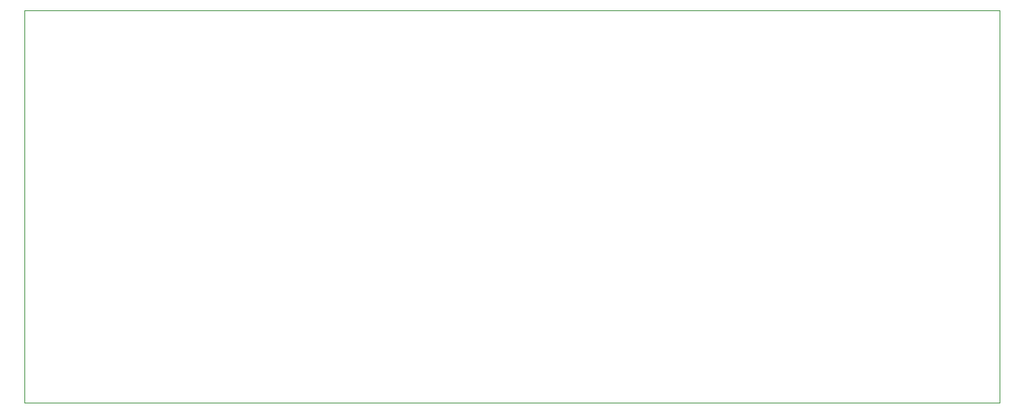
<source format=gbr>
%TF.GenerationSoftware,KiCad,Pcbnew,9.0.0*%
%TF.CreationDate,2025-02-27T14:13:56+01:00*%
%TF.ProjectId,Second,5365636f-6e64-42e6-9b69-6361645f7063,rev?*%
%TF.SameCoordinates,Original*%
%TF.FileFunction,Profile,NP*%
%FSLAX46Y46*%
G04 Gerber Fmt 4.6, Leading zero omitted, Abs format (unit mm)*
G04 Created by KiCad (PCBNEW 9.0.0) date 2025-02-27 14:13:56*
%MOMM*%
%LPD*%
G01*
G04 APERTURE LIST*
%TA.AperFunction,Profile*%
%ADD10C,0.050000*%
%TD*%
G04 APERTURE END LIST*
D10*
X40550000Y-46500000D02*
X152100000Y-46500000D01*
X152100000Y-91500000D01*
X40550000Y-91500000D01*
X40550000Y-46500000D01*
M02*

</source>
